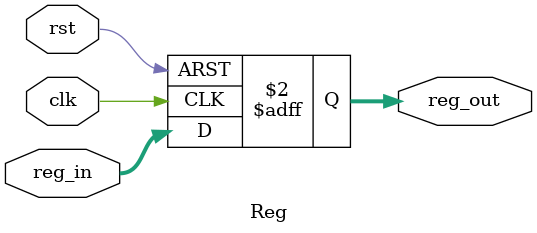
<source format=v>
module Reg (clk, rst, reg_in, reg_out);
    input clk, rst;
    input [31:0] reg_in;
    output reg [31:0] reg_out;

  always @(posedge clk, posedge rst) begin
    if (rst) reg_out <= 0;
    else reg_out <= reg_in;
  end

endmodule


</source>
